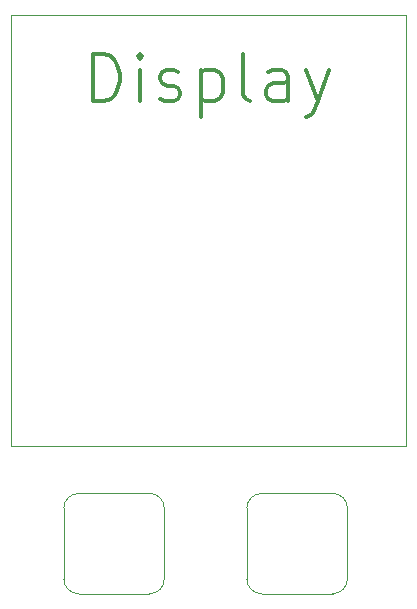
<source format=gbo>
G04 #@! TF.GenerationSoftware,KiCad,Pcbnew,(6.0.1-0)*
G04 #@! TF.CreationDate,2022-03-11T23:22:38+01:00*
G04 #@! TF.ProjectId,LidPCB,4c696450-4342-42e6-9b69-6361645f7063,rev?*
G04 #@! TF.SameCoordinates,Original*
G04 #@! TF.FileFunction,Legend,Bot*
G04 #@! TF.FilePolarity,Positive*
%FSLAX46Y46*%
G04 Gerber Fmt 4.6, Leading zero omitted, Abs format (unit mm)*
G04 Created by KiCad (PCBNEW (6.0.1-0)) date 2022-03-11 23:22:38*
%MOMM*%
%LPD*%
G01*
G04 APERTURE LIST*
%ADD10C,0.120000*%
%ADD11C,0.300000*%
%ADD12C,3.300000*%
G04 APERTURE END LIST*
D10*
X145500000Y-115000000D02*
X151506246Y-115000000D01*
X152756246Y-107750000D02*
X152756246Y-113750000D01*
X145500000Y-106500000D02*
X151518738Y-106500000D01*
X151506246Y-115000000D02*
G75*
G03*
X152756246Y-113750000I-2J1250002D01*
G01*
X144250000Y-113750000D02*
G75*
G03*
X145500000Y-115000000I1250002J2D01*
G01*
X152756246Y-107750000D02*
G75*
G03*
X151518738Y-106500000I-1243755J6245D01*
G01*
X145499969Y-106506262D02*
G75*
G03*
X144250000Y-107750000I-6215J-1243738D01*
G01*
X144250000Y-107750000D02*
X144250000Y-113750000D01*
X136006246Y-115000000D02*
G75*
G03*
X137256246Y-113750000I-2J1250002D01*
G01*
X128750000Y-113750000D02*
G75*
G03*
X130000000Y-115000000I1250002J2D01*
G01*
X129999969Y-106506262D02*
G75*
G03*
X128750000Y-107750000I-6215J-1243738D01*
G01*
X137256246Y-107750000D02*
X137256246Y-113750000D01*
X128750000Y-107750000D02*
X128750000Y-113750000D01*
X130000000Y-115000000D02*
X136006246Y-115000000D01*
X137256246Y-107750000D02*
G75*
G03*
X136018738Y-106500000I-1243755J6245D01*
G01*
X130000000Y-106500000D02*
X136018738Y-106500000D01*
X124250000Y-66000000D02*
X157750000Y-66000000D01*
X124250000Y-102500000D02*
X157750000Y-102500000D01*
X124250000Y-66000000D02*
X124250000Y-102500000D01*
X157750000Y-102500000D02*
X157750000Y-66000000D01*
D11*
X131190476Y-73309523D02*
X131190476Y-69309523D01*
X132142857Y-69309523D01*
X132714285Y-69500000D01*
X133095238Y-69880952D01*
X133285714Y-70261904D01*
X133476190Y-71023809D01*
X133476190Y-71595238D01*
X133285714Y-72357142D01*
X133095238Y-72738095D01*
X132714285Y-73119047D01*
X132142857Y-73309523D01*
X131190476Y-73309523D01*
X135190476Y-73309523D02*
X135190476Y-70642857D01*
X135190476Y-69309523D02*
X135000000Y-69500000D01*
X135190476Y-69690476D01*
X135380952Y-69500000D01*
X135190476Y-69309523D01*
X135190476Y-69690476D01*
X136904761Y-73119047D02*
X137285714Y-73309523D01*
X138047619Y-73309523D01*
X138428571Y-73119047D01*
X138619047Y-72738095D01*
X138619047Y-72547619D01*
X138428571Y-72166666D01*
X138047619Y-71976190D01*
X137476190Y-71976190D01*
X137095238Y-71785714D01*
X136904761Y-71404761D01*
X136904761Y-71214285D01*
X137095238Y-70833333D01*
X137476190Y-70642857D01*
X138047619Y-70642857D01*
X138428571Y-70833333D01*
X140333333Y-70642857D02*
X140333333Y-74642857D01*
X140333333Y-70833333D02*
X140714285Y-70642857D01*
X141476190Y-70642857D01*
X141857142Y-70833333D01*
X142047619Y-71023809D01*
X142238095Y-71404761D01*
X142238095Y-72547619D01*
X142047619Y-72928571D01*
X141857142Y-73119047D01*
X141476190Y-73309523D01*
X140714285Y-73309523D01*
X140333333Y-73119047D01*
X144523809Y-73309523D02*
X144142857Y-73119047D01*
X143952380Y-72738095D01*
X143952380Y-69309523D01*
X147761904Y-73309523D02*
X147761904Y-71214285D01*
X147571428Y-70833333D01*
X147190476Y-70642857D01*
X146428571Y-70642857D01*
X146047619Y-70833333D01*
X147761904Y-73119047D02*
X147380952Y-73309523D01*
X146428571Y-73309523D01*
X146047619Y-73119047D01*
X145857142Y-72738095D01*
X145857142Y-72357142D01*
X146047619Y-71976190D01*
X146428571Y-71785714D01*
X147380952Y-71785714D01*
X147761904Y-71595238D01*
X149285714Y-70642857D02*
X150238095Y-73309523D01*
X151190476Y-70642857D02*
X150238095Y-73309523D01*
X149857142Y-74261904D01*
X149666666Y-74452380D01*
X149285714Y-74642857D01*
%LPC*%
D12*
X121570000Y-65050000D03*
X140870000Y-117350000D03*
X160360000Y-65040000D03*
M02*

</source>
